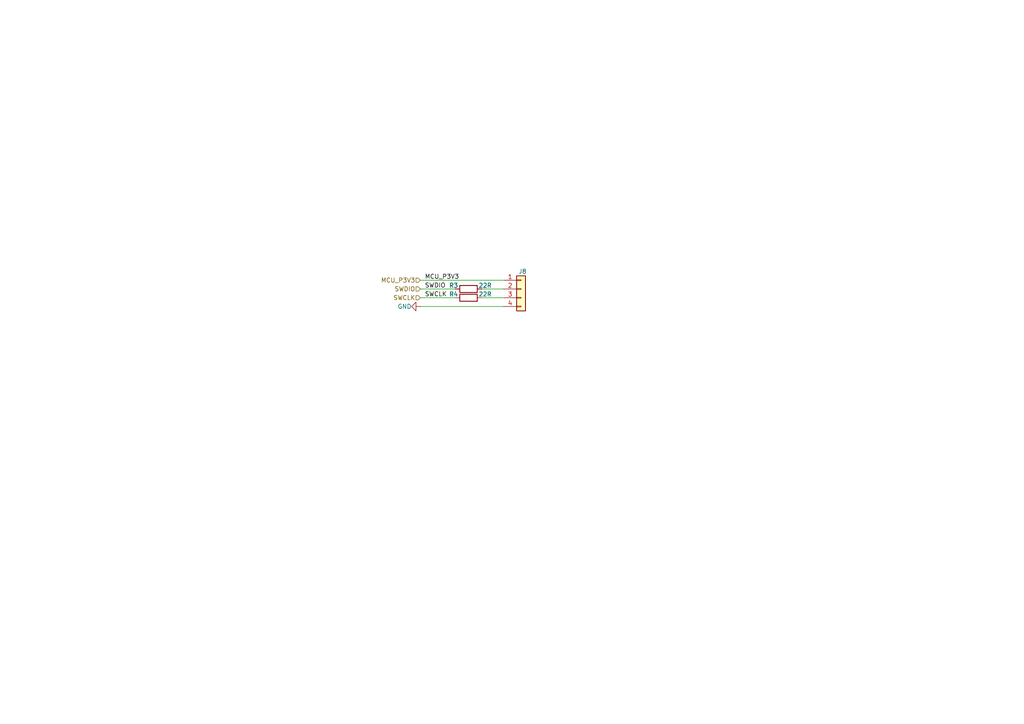
<source format=kicad_sch>
(kicad_sch (version 20250114) (generator "eeschema") (generator_version "9.0")
  (paper "A4")
  (lib_symbols
    (symbol "Connector_Generic:Conn_01x04" (pin_names (offset 1.016) (hide yes))
      (property "Reference" "J" (at 0 5.08 0))
      (property "Value" "Conn_01x04" (at 0 -7.62 0))
      (symbol "Conn_01x04_1_1"
        (rectangle (start -1.27 3.81) (end 1.27 -6.35) (stroke (width 0.254)) (fill (type background)))
        (rectangle (start -1.27 2.667) (end 0 2.413) (stroke (width 0.1524)))
        (rectangle (start -1.27 0.127) (end 0 -0.127) (stroke (width 0.1524)))
        (rectangle (start -1.27 -2.413) (end 0 -2.667) (stroke (width 0.1524)))
        (rectangle (start -1.27 -4.953) (end 0 -5.207) (stroke (width 0.1524)))
        (pin passive line (at -5.08 2.54 0) (length 3.81) (name "Pin_1") (number "1"))
        (pin passive line (at -5.08 0 0) (length 3.81) (name "Pin_2") (number "2"))
        (pin passive line (at -5.08 -2.54 0) (length 3.81) (name "Pin_3") (number "3"))
        (pin passive line (at -5.08 -5.08 0) (length 3.81) (name "Pin_4") (number "4"))
      )
    )
    (symbol "Device:R" (pin_numbers (hide yes)) (pin_names (offset 0))
      (property "Reference" "R" (at 2.032 0 90))
      (property "Value" "R" (at 0 0 90))
      (symbol "R_0_1"
        (rectangle (start -1.016 -2.54) (end 1.016 2.54) (stroke (width 0.254)))
      )
      (symbol "R_1_1"
        (pin passive line (at 0 3.81 270) (length 1.27) (name "~") (number "1"))
        (pin passive line (at 0 -3.81 90) (length 1.27) (name "~") (number "2"))
      )
    )
    (symbol "power:GND" (power) (pin_numbers (hide yes)) (pin_names (offset 0) (hide yes))
      (property "Value" "GND" (at 0 -3.81 0))
      (symbol "GND_0_1"
        (polyline (pts (xy 0 0) (xy 0 -1.27) (xy 1.27 -1.27) (xy 0 -2.54) (xy -1.27 -1.27) (xy 0 -1.27)))
      )
      (symbol "GND_1_1"
        (pin power_in line (at 0 0 270) (length 0) (name "~") (number "1"))
      )
    )
  )
  (wire (pts (xy 121.92 86.36) (xy 132.08 86.36)))
  (wire (pts (xy 139.7 86.36) (xy 146.05 86.36)))
  (wire (pts (xy 121.92 88.9) (xy 146.05 88.9)))
  (wire (pts (xy 139.7 83.82) (xy 146.05 83.82)))
  (wire (pts (xy 121.92 83.82) (xy 132.08 83.82)))
  (wire (pts (xy 121.92 81.28) (xy 146.05 81.28)))
  (label "MCU_P3V3" (at 123.19 81.28 0))
  (label "SWCLK" (at 123.19 86.36 0))
  (label "SWDIO" (at 123.19 83.82 0))
  (hierarchical_label "SWCLK" (shape input) (at 121.92 86.36 180))
  (hierarchical_label "SWDIO" (shape input) (at 121.92 83.82 180))
  (hierarchical_label "MCU_P3V3" (shape input) (at 121.92 81.28 180))
  (symbol (lib_id "Connector_Generic:Conn_01x04") (at 151.13 83.82 0) (unit 1)
    (property "Reference" "J8" (at 150.368 78.74 0) (effects (justify left)))
    (property "Value" "Conn_01x04" (effects (hide yes)))
    (property "Description" "Generic connector, single row, 01x04, script generated (kicad-library-utils/schlib/autogen/connector/)" (effects (hide yes)))
  )
  (symbol (lib_id "Device:R") (at 135.89 83.82 90) (unit 1)
    (property "Reference" "R3" (at 131.572 82.804 90))
    (property "Value" "22R" (at 140.716 82.804 90))
    (property "Description" "Resistor" (effects (hide yes)))
  )
  (symbol (lib_id "power:GND") (at 121.92 88.9 270) (unit 1)
    (property "Reference" "#PWR08" (effects (hide yes)))
    (property "Value" "GND" (at 119.38 88.9 90) (effects (justify right)))
    (property "Description" "Power symbol creates a global label with name \"GND\" , ground" (effects (hide yes)))
  )
  (symbol (lib_id "Device:R") (at 135.89 86.36 90) (unit 1)
    (property "Reference" "R4" (at 131.572 85.344 90))
    (property "Value" "22R" (at 140.716 85.344 90))
    (property "Description" "Resistor" (effects (hide yes)))
  )
)
</source>
